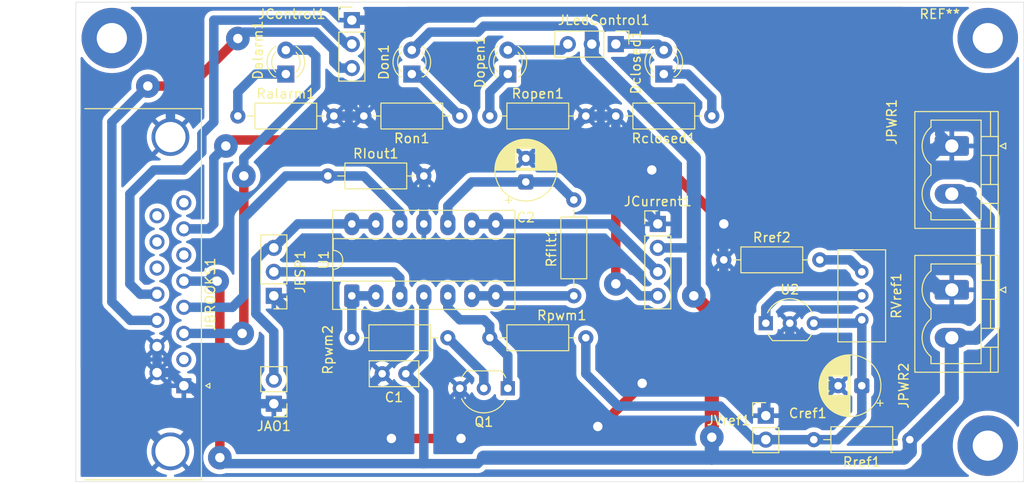
<source format=kicad_pcb>
(kicad_pcb (version 20241229) (generator "pcbnew") (generator_version "9.0")
  (layers (0 "F.Cu" signal) (2 "B.Cu" signal) (13 "F.Paste" user) (15 "B.Paste" user) (5 "F.SilkS" user "F.Silkscreen") (7 "B.SilkS" user "B.Silkscreen") (1 "F.Mask" user) (3 "B.Mask" user) (25 "Edge.Cuts" user))
  (net 0 "")
  (net 1 "GND")
  (net 2 "+24V")
  (net 3 "/Alarm")
  (net 4 "Net-(Dalarm1-K)")
  (net 5 "/LEDCLOSED")
  (net 6 "Net-(Dclosed1-K)")
  (net 7 "Net-(Don1-K)")
  (net 8 "Net-(Dopen1-K)")
  (net 9 "/LEDOPEN")
  (net 10 "/Vout")
  (net 11 "/Vcontrol")
  (net 12 "/AO")
  (net 13 "+5V")
  (net 14 "/Iinput")
  (net 15 "/PWM")
  (net 16 "Net-(Q1-B)")
  (net 17 "Net-(Q1-C)")
  (net 18 "Net-(U1B--)")
  (net 19 "Net-(U1A--)")
  (net 20 "/Vref")
  (net 21 "/Vinput")
  (net 22 "Net-(RVref1-Pad3)")
  (net 23 "Net-(U2-REF)")
  (net 30 "Net-(U1C-+)")
  (footprint "Resistor_THT:R_Axial_DIN0207_L6.3mm_D2.5mm_P10.16mm_Horizontal" (layer "F.Cu") (at 140.335 117.475 90)
    (property "Reference" "Rfilt1" (at 5.08 -2.37 90) (layer "F.SilkS"))
    (property "Value" "15k")
    (pad "1" thru_hole circle (at 0 0 90) (size 1.6 1.6) (drill 0.8) (layers "*.Cu" "*.Mask") (net 18 "Net-(U1B--)"))
    (pad "2" thru_hole circle (at 10.16 0 90) (size 1.6 1.6) (drill 0.8) (layers "*.Cu" "*.Mask") (net 30 "Net-(U1C-+)"))
  )
  (footprint "Connector_Phoenix_MSTB:PhoenixContact_MSTBVA_2,5_2-G-5,08_1x02_P5.08mm_Vertical" (layer "F.Cu") (at 180.34 101.6 -90)
    (property "Reference" "JPWR1" (at -2.54 6.35 90) (layer "F.SilkS"))
    (property "Value" "Conn_01x02")
    (pad "1" thru_hole roundrect (at 0 0 270) (size 2.08 3.6) (drill 1.4) (layers "*.Cu" "*.Mask") (roundrect_rratio 0.120192) (net 1 "GND"))
    (pad "2" thru_hole oval (at 5.08 0 270) (size 2.08 3.6) (drill 1.4) (layers "*.Cu" "*.Mask") (net 2 "+24V"))
  )
  (footprint "Connector_PinHeader_2.54mm:PinHeader_1x04_P2.54mm_Vertical" (layer "F.Cu") (at 149.225 109.855)
    (property "Reference" "JCurrent1" (at 0 -2.38 0) (layer "F.SilkS"))
    (property "Value" "Conn_01x04")
    (pad "1" thru_hole rect (at 0 0) (size 1.7 1.7) (drill 1) (layers "*.Cu" "*.Mask") (net 1 "GND"))
    (pad "2" thru_hole circle (at 0 2.54) (size 1.7 1.7) (drill 1) (layers "*.Cu" "*.Mask") (net 2 "+24V"))
    (pad "3" thru_hole circle (at 0 5.08) (size 1.7 1.7) (drill 1) (layers "*.Cu" "*.Mask") (net 21 "/Vinput"))
    (pad "4" thru_hole circle (at 0 7.62) (size 1.7 1.7) (drill 1) (layers "*.Cu" "*.Mask") (net 14 "/Iinput"))
  )
  (footprint "LED_THT:LED_D3.0mm" (layer "F.Cu") (at 149.86 93.98 90)
    (property "Reference" "Dclosed1" (at 1.27 -2.96 90) (layer "F.SilkS"))
    (property "Value" "LED")
    (pad "1" thru_hole rect (at 0 0 90) (size 1.8 1.8) (drill 0.9) (layers "*.Cu" "*.Mask") (net 6 "Net-(Dclosed1-K)"))
    (pad "2" thru_hole circle (at 2.54 0 90) (size 1.8 1.8) (drill 0.9) (layers "*.Cu" "*.Mask") (net 5 "/LEDCLOSED"))
  )
  (footprint "LED_THT:LED_D3.0mm" (layer "F.Cu") (at 123.19 93.98 90)
    (property "Reference" "Don1" (at 1.27 -2.96 90) (layer "F.SilkS"))
    (property "Value" "LED")
    (pad "1" thru_hole rect (at 0 0 90) (size 1.8 1.8) (drill 0.9) (layers "*.Cu" "*.Mask") (net 7 "Net-(Don1-K)"))
    (pad "2" thru_hole circle (at 2.54 0 90) (size 1.8 1.8) (drill 0.9) (layers "*.Cu" "*.Mask") (net 2 "+24V"))
  )
  (footprint "Resistor_THT:R_Axial_DIN0207_L6.3mm_D2.5mm_P10.16mm_Horizontal" (layer "F.Cu") (at 131.445 121.92)
    (property "Reference" "Rpwm1" (at 7.62 -2.37 0) (layer "F.SilkS"))
    (property "Value" "10k")
    (pad "1" thru_hole circle (at 0 0) (size 1.6 1.6) (drill 0.8) (layers "*.Cu" "*.Mask") (net 17 "Net-(Q1-C)"))
    (pad "2" thru_hole circle (at 10.16 0) (size 1.6 1.6) (drill 0.8) (layers "*.Cu" "*.Mask") (net 20 "/Vref"))
  )
  (footprint "Resistor_THT:R_Axial_DIN0207_L6.3mm_D2.5mm_P10.16mm_Horizontal" (layer "F.Cu") (at 114.3 104.775)
    (property "Reference" "RIout1" (at 5.08 -2.37 0) (layer "F.SilkS"))
    (property "Value" "250")
    (pad "1" thru_hole circle (at 0 0) (size 1.6 1.6) (drill 0.8) (layers "*.Cu" "*.Mask") (net 12 "/AO"))
    (pad "2" thru_hole circle (at 10.16 0) (size 1.6 1.6) (drill 0.8) (layers "*.Cu" "*.Mask") (net 1 "GND"))
  )
  (footprint "Connector_Dsub:DSUB-15_Socket_Horizontal_P2.77x2.84mm_EdgePinOffset7.70mm_Housed_MountingHolesOffset9.12mm" (layer "F.Cu") (at 99.06 127 -90)
    (property "Reference" "JBROOKS1" (at -9.695 -2.8 270) (layer "F.SilkS"))
    (property "Value" "DA15_Socket_MountingHoles")
    (pad "0" thru_hole circle (at -26.345 1.42 270) (size 4 4) (drill 3.2) (layers "*.Cu" "*.Mask") (net 1 "GND"))
    (pad "0" thru_hole circle (at 6.955 1.42 270) (size 4 4) (drill 3.2) (layers "*.Cu" "*.Mask") (net 1 "GND"))
    (pad "1" thru_hole rect (at 0 0 270) (size 1.6 1.6) (drill 1) (layers "*.Cu" "*.Mask") (net 1 "GND"))
    (pad "2" thru_hole circle (at -2.77 0 270) (size 1.6 1.6) (drill 1) (layers "*.Cu" "*.Mask"))
    (pad "3" thru_hole circle (at -5.54 0 270) (size 1.6 1.6) (drill 1) (layers "*.Cu" "*.Mask") (net 3 "/Alarm"))
    (pad "4" thru_hole circle (at -8.31 0 270) (size 1.6 1.6) (drill 1) (layers "*.Cu" "*.Mask") (net 12 "/AO"))
    (pad "5" thru_hole circle (at -11.08 0 270) (size 1.6 1.6) (drill 1) (layers "*.Cu" "*.Mask") (net 2 "+24V"))
    (pad "6" thru_hole circle (at -13.85 0 270) (size 1.6 1.6) (drill 1) (layers "*.Cu" "*.Mask"))
    (pad "7" thru_hole circle (at -16.62 0 270) (size 1.6 1.6) (drill 1) (layers "*.Cu" "*.Mask") (net 14 "/Iinput"))
    (pad "8" thru_hole circle (at -19.39 0 270) (size 1.6 1.6) (drill 1) (layers "*.Cu" "*.Mask"))
    (pad "9" thru_hole circle (at -1.385 2.84 270) (size 1.6 1.6) (drill 1) (layers "*.Cu" "*.Mask") (net 1 "GND"))
    (pad "10" thru_hole circle (at -4.155 2.84 270) (size 1.6 1.6) (drill 1) (layers "*.Cu" "*.Mask") (net 1 "GND"))
    (pad "11" thru_hole circle (at -6.925 2.84 270) (size 1.6 1.6) (drill 1) (layers "*.Cu" "*.Mask") (net 13 "+5V"))
    (pad "12" thru_hole circle (at -9.695 2.84 270) (size 1.6 1.6) (drill 1) (layers "*.Cu" "*.Mask") (net 11 "/Vcontrol"))
    (pad "13" thru_hole circle (at -12.465 2.84 270) (size 1.6 1.6) (drill 1) (layers "*.Cu" "*.Mask"))
    (pad "14" thru_hole circle (at -15.235 2.84 270) (size 1.6 1.6) (drill 1) (layers "*.Cu" "*.Mask"))
    (pad "15" thru_hole circle (at -18.005 2.84 270) (size 1.6 1.6) (drill 1) (layers "*.Cu" "*.Mask"))
  )
  (footprint "" (layer "F.Cu") (at 184.15 133.35)
    (property "Reference" "" (at 0 0 0) (layer "F.SilkS") (effects (font (size 1.27 1.27))))
    (property "Value" "")
    (pad "1" thru_hole circle (at 0 0) (size 6.4 6.4) (drill 3.2) (layers "*.Cu" "*.Mask"))
  )
  (footprint "Resistor_THT:R_Axial_DIN0207_L6.3mm_D2.5mm_P10.16mm_Horizontal" (layer "F.Cu") (at 128.27 98.425 180)
    (property "Reference" "Ron1" (at 5.08 -2.37 0) (layer "F.SilkS"))
    (property "Value" "R")
    (pad "1" thru_hole circle (at 0 0 180) (size 1.6 1.6) (drill 0.8) (layers "*.Cu" "*.Mask") (net 7 "Net-(Don1-K)"))
    (pad "2" thru_hole circle (at 10.16 0 180) (size 1.6 1.6) (drill 0.8) (layers "*.Cu" "*.Mask") (net 1 "GND"))
  )
  (footprint "Connector_PinHeader_2.54mm:PinHeader_1x02_P2.54mm_Vertical" (layer "F.Cu") (at 160.655 130.175)
    (property "Reference" "JVref1" (at -3.937 0.508 0) (layer "F.SilkS"))
    (property "Value" "Conn_01x02")
    (pad "1" thru_hole rect (at 0 0) (size 1.7 1.7) (drill 1) (layers "*.Cu" "*.Mask") (net 1 "GND"))
    (pad "2" thru_hole circle (at 0 2.54) (size 1.7 1.7) (drill 1) (layers "*.Cu" "*.Mask") (net 20 "/Vref"))
  )
  (footprint "Package_TO_SOT_THT:TO-92_Inline_Wide" (layer "F.Cu") (at 160.655 120.375)
    (property "Reference" "U2" (at 2.54 -3.56 0) (layer "F.SilkS"))
    (property "Value" "TL431LP")
    (pad "1" thru_hole rect (at 0 0) (size 1.5 1.5) (drill 0.8) (layers "*.Cu" "*.Mask") (net 23 "Net-(U2-REF)"))
    (pad "2" thru_hole circle (at 2.54 0) (size 1.5 1.5) (drill 0.8) (layers "*.Cu" "*.Mask") (net 1 "GND"))
    (pad "3" thru_hole circle (at 5.08 0) (size 1.5 1.5) (drill 0.8) (layers "*.Cu" "*.Mask") (net 20 "/Vref"))
  )
  (footprint "Resistor_THT:R_Axial_DIN0207_L6.3mm_D2.5mm_P10.16mm_Horizontal" (layer "F.Cu") (at 104.775 98.425)
    (property "Reference" "Ralarm1" (at 5.08 -2.37 0) (layer "F.SilkS"))
    (property "Value" "R")
    (pad "1" thru_hole circle (at 0 0) (size 1.6 1.6) (drill 0.8) (layers "*.Cu" "*.Mask") (net 4 "Net-(Dalarm1-K)"))
    (pad "2" thru_hole circle (at 10.16 0) (size 1.6 1.6) (drill 0.8) (layers "*.Cu" "*.Mask") (net 1 "GND"))
  )
  (footprint "Resistor_THT:R_Axial_DIN0207_L6.3mm_D2.5mm_P10.16mm_Horizontal" (layer "F.Cu") (at 156.21 113.665)
    (property "Reference" "Rref2" (at 5.08 -2.37 0) (layer "F.SilkS"))
    (property "Value" "1k")
    (pad "1" thru_hole circle (at 0 0) (size 1.6 1.6) (drill 0.8) (layers "*.Cu" "*.Mask") (net 1 "GND"))
    (pad "2" thru_hole circle (at 10.16 0) (size 1.6 1.6) (drill 0.8) (layers "*.Cu" "*.Mask") (net 22 "Net-(RVref1-Pad3)"))
  )
  (footprint "Capacitor_THT:C_Disc_D5.0mm_W2.5mm_P2.50mm" (layer "F.Cu") (at 122.555 125.73 180)
    (property "Reference" "C1" (at 1.25 -2.5 0) (layer "F.SilkS"))
    (property "Value" "C")
    (pad "1" thru_hole circle (at 0 0 180) (size 1.6 1.6) (drill 0.8) (layers "*.Cu" "*.Mask") (net 2 "+24V"))
    (pad "2" thru_hole circle (at 2.5 0 180) (size 1.6 1.6) (drill 0.8) (layers "*.Cu" "*.Mask") (net 1 "GND"))
  )
  (footprint "Capacitor_THT:CP_Radial_D6.3mm_P2.50mm" (layer "F.Cu") (at 170.815 127 180)
    (property "Reference" "Cref1" (at 5.715 -2.921 0) (layer "F.SilkS"))
    (property "Value" "10u")
    (pad "1" thru_hole roundrect (at 0 0 180) (size 1.6 1.6) (drill 0.8) (layers "*.Cu" "*.Mask") (roundrect_rratio 0.15625) (net 20 "/Vref"))
    (pad "2" thru_hole circle (at 2.5 0 180) (size 1.6 1.6) (drill 0.8) (layers "*.Cu" "*.Mask") (net 1 "GND"))
  )
  (footprint "MountingHole:MountingHole_3.2mm_M3_Pad" (layer "F.Cu") (at 184.15 90.17)
    (property "Reference" "REF**" (at -5.08 -2.54 0) (layer "F.SilkS"))
    (property "Value" "Hole")
    (pad "1" thru_hole circle (at 0 0) (size 6.4 6.4) (drill 3.2) (layers "*.Cu" "*.Mask"))
  )
  (footprint "Resistor_THT:R_Axial_DIN0207_L6.3mm_D2.5mm_P10.16mm_Horizontal" (layer "F.Cu") (at 116.84 121.92)
    (property "Reference" "Rpwm2" (at -2.54 1.27 90) (layer "F.SilkS"))
    (property "Value" "10k")
    (pad "1" thru_hole circle (at 0 0) (size 1.6 1.6) (drill 0.8) (layers "*.Cu" "*.Mask") (net 19 "Net-(U1A--)"))
    (pad "2" thru_hole circle (at 10.16 0) (size 1.6 1.6) (drill 0.8) (layers "*.Cu" "*.Mask") (net 16 "Net-(Q1-B)"))
  )
  (footprint "Potentiometer_THT:Potentiometer_Bourns_3296W_Vertical" (layer "F.Cu") (at 170.815 120.015 -90)
    (property "Reference" "RVref1" (at -2.54 -3.66 90) (layer "F.SilkS"))
    (property "Value" "10k")
    (pad "1" thru_hole circle (at 0 0 270) (size 1.44 1.44) (drill 0.8) (layers "*.Cu" "*.Mask") (net 20 "/Vref"))
    (pad "2" thru_hole circle (at -2.54 0 270) (size 1.44 1.44) (drill 0.8) (layers "*.Cu" "*.Mask") (net 23 "Net-(U2-REF)"))
    (pad "3" thru_hole circle (at -5.08 0 270) (size 1.44 1.44) (drill 0.8) (layers "*.Cu" "*.Mask") (net 22 "Net-(RVref1-Pad3)"))
  )
  (footprint "Resistor_THT:R_Axial_DIN0207_L6.3mm_D2.5mm_P10.16mm_Horizontal" (layer "F.Cu") (at 154.94 98.425 180)
    (property "Reference" "Rclosed1" (at 5.08 -2.37 0) (layer "F.SilkS"))
    (property "Value" "R")
    (pad "1" thru_hole circle (at 0 0 180) (size 1.6 1.6) (drill 0.8) (layers "*.Cu" "*.Mask") (net 6 "Net-(Dclosed1-K)"))
    (pad "2" thru_hole circle (at 10.16 0 180) (size 1.6 1.6) (drill 0.8) (layers "*.Cu" "*.Mask") (net 1 "GND"))
  )
  (footprint "Connector_PinHeader_2.54mm:PinHeader_1x03_P2.54mm_Vertical" (layer "F.Cu") (at 108.585 117.475 180)
    (property "Reference" "JESP1" (at -2.794 2.54 90) (layer "F.SilkS"))
    (property "Value" "Conn_01x03")
    (pad "1" thru_hole rect (at 0 0 180) (size 1.7 1.7) (drill 1) (layers "*.Cu" "*.Mask") (net 1 "GND"))
    (pad "2" thru_hole circle (at 0 2.54 180) (size 1.7 1.7) (drill 1) (layers "*.Cu" "*.Mask") (net 15 "/PWM"))
    (pad "3" thru_hole circle (at 0 5.08 180) (size 1.7 1.7) (drill 1) (layers "*.Cu" "*.Mask") (net 10 "/Vout"))
  )
  (footprint "LED_THT:LED_D3.0mm" (layer "F.Cu") (at 109.855 93.98 90)
    (property "Reference" "Dalarm1" (at 2.54 -2.96 90) (layer "F.SilkS"))
    (property "Value" "LED")
    (pad "1" thru_hole rect (at 0 0 90) (size 1.8 1.8) (drill 0.9) (layers "*.Cu" "*.Mask") (net 4 "Net-(Dalarm1-K)"))
    (pad "2" thru_hole circle (at 2.54 0 90) (size 1.8 1.8) (drill 0.9) (layers "*.Cu" "*.Mask") (net 3 "/Alarm"))
  )
  (footprint "Connector_Phoenix_MSTB:PhoenixContact_MSTBVA_2,5_2-G-5,08_1x02_P5.08mm_Vertical" (layer "F.Cu") (at 180.34 116.84 -90)
    (property "Reference" "JPWR2" (at 10.16 5.08 90) (layer "F.SilkS"))
    (property "Value" "Conn_01x02")
    (pad "1" thru_hole roundrect (at 0 0 270) (size 2.08 3.6) (drill 1.4) (layers "*.Cu" "*.Mask") (roundrect_rratio 0.120192) (net 1 "GND"))
    (pad "2" thru_hole oval (at 5.08 0 270) (size 2.08 3.6) (drill 1.4) (layers "*.Cu" "*.Mask") (net 2 "+24V"))
  )
  (footprint "Connector_PinHeader_2.54mm:PinHeader_1x02_P2.54mm_Vertical" (layer "F.Cu") (at 108.585 128.905 180)
    (property "Reference" "JAO1" (at 0 -2.38 0) (layer "F.SilkS"))
    (property "Value" "Conn_01x02")
    (pad "1" thru_hole rect (at 0 0 180) (size 1.7 1.7) (drill 1) (layers "*.Cu" "*.Mask") (net 1 "GND"))
    (pad "2" thru_hole circle (at 0 2.54 180) (size 1.7 1.7) (drill 1) (layers "*.Cu" "*.Mask") (net 10 "/Vout"))
  )
  (footprint "Package_TO_SOT_THT:TO-92_Inline_Wide" (layer "F.Cu") (at 133.35 127.275 180)
    (property "Reference" "Q1" (at 2.54 -3.56 0) (layer "F.SilkS"))
    (property "Value" "BC547")
    (pad "1" thru_hole rect (at 0 0 180) (size 1.5 1.5) (drill 0.8) (layers "*.Cu" "*.Mask") (net 17 "Net-(Q1-C)"))
    (pad "2" thru_hole circle (at 2.54 0 180) (size 1.5 1.5) (drill 0.8) (layers "*.Cu" "*.Mask") (net 16 "Net-(Q1-B)"))
    (pad "3" thru_hole circle (at 5.08 0 180) (size 1.5 1.5) (drill 0.8) (layers "*.Cu" "*.Mask") (net 1 "GND"))
  )
  (footprint "Resistor_THT:R_Axial_DIN0207_L6.3mm_D2.5mm_P10.16mm_Horizontal" (layer "F.Cu") (at 175.895 132.715 180)
    (property "Reference" "Rref1" (at 5.08 -2.37 0) (layer "F.SilkS"))
    (property "Value" "2k")
    (pad "1" thru_hole circle (at 0 0 180) (size 1.6 1.6) (drill 0.8) (layers "*.Cu" "*.Mask") (net 2 "+24V"))
    (pad "2" thru_hole circle (at 10.16 0 180) (size 1.6 1.6) (drill 0.8) (layers "*.Cu" "*.Mask") (net 20 "/Vref"))
  )
  (footprint "Resistor_THT:R_Axial_DIN0207_L6.3mm_D2.5mm_P10.16mm_Horizontal" (layer "F.Cu") (at 131.445 98.425)
    (property "Reference" "Ropen1" (at 5.08 -2.37 0) (layer "F.SilkS"))
    (property "Value" "R")
    (pad "1" thru_hole circle (at 0 0) (size 1.6 1.6) (drill 0.8) (layers "*.Cu" "*.Mask") (net 8 "Net-(Dopen1-K)"))
    (pad "2" thru_hole circle (at 10.16 0) (size 1.6 1.6) (drill 0.8) (layers "*.Cu" "*.Mask") (net 1 "GND"))
  )
  (footprint "Connector_PinHeader_2.54mm:PinHeader_1x03_P2.54mm_Vertical" (layer "F.Cu") (at 116.84 88.265)
    (property "Reference" "JControl1" (at -6.35 -0.635 0) (layer "F.SilkS"))
    (property "Value" "Conn_01x03")
    (pad "1" thru_hole rect (at 0 0) (size 1.7 1.7) (drill 1) (layers "*.Cu" "*.Mask") (net 1 "GND"))
    (pad "2" thru_hole circle (at 0 2.54) (size 1.7 1.7) (drill 1) (layers "*.Cu" "*.Mask") (net 11 "/Vcontrol"))
    (pad "3" thru_hole circle (at 0 5.08) (size 1.7 1.7) (drill 1) (layers "*.Cu" "*.Mask") (net 13 "+5V"))
  )
  (footprint "" (layer "F.Cu") (at 91.44 90.17)
    (property "Reference" "" (at 0 0 0) (layer "F.SilkS") (effects (font (size 1.27 1.27))))
    (property "Value" "")
    (pad "1" thru_hole circle (at 0 0) (size 6.4 6.4) (drill 3.2) (layers "*.Cu" "*.Mask"))
  )
  (footprint "Package_DIP:CERDIP-14_W7.62mm_SideBrazed_LongPads_Socket" (layer "F.Cu") (at 116.84 117.475 90)
    (property "Reference" "U1" (at 3.81 -2.965 90) (layer "F.SilkS"))
    (property "Value" "LM324")
    (pad "1" thru_hole roundrect (at 0 0 90) (size 2.4 1.6) (drill 0.8) (layers "*.Cu" "*.Mask") (roundrect_rratio 0.15625) (net 19 "Net-(U1A--)"))
    (pad "2" thru_hole oval (at 0 2.54 90) (size 2.4 1.6) (drill 0.8) (layers "*.Cu" "*.Mask") (net 19 "Net-(U1A--)"))
    (pad "3" thru_hole oval (at 0 5.08 90) (size 2.4 1.6) (drill 0.8) (layers "*.Cu" "*.Mask") (net 15 "/PWM"))
    (pad "4" thru_hole oval (at 0 7.62 90) (size 2.4 1.6) (drill 0.8) (layers "*.Cu" "*.Mask") (net 2 "+24V"))
    (pad "5" thru_hole oval (at 0 10.16 90) (size 2.4 1.6) (drill 0.8) (layers "*.Cu" "*.Mask") (net 17 "Net-(Q1-C)"))
    (pad "6" thru_hole oval (at 0 12.7 90) (size 2.4 1.6) (drill 0.8) (layers "*.Cu" "*.Mask") (net 18 "Net-(U1B--)"))
    (pad "7" thru_hole oval (at 0 15.24 90) (size 2.4 1.6) (drill 0.8) (layers "*.Cu" "*.Mask") (net 18 "Net-(U1B--)"))
    (pad "8" thru_hole oval (at 7.62 15.24 90) (size 2.4 1.6) (drill 0.8) (layers "*.Cu" "*.Mask") (net 21 "/Vinput"))
    (pad "9" thru_hole oval (at 7.62 12.7 90) (size 2.4 1.6) (drill 0.8) (layers "*.Cu" "*.Mask") (net 21 "/Vinput"))
    (pad "10" thru_hole oval (at 7.62 10.16 90) (size 2.4 1.6) (drill 0.8) (layers "*.Cu" "*.Mask") (net 30 "Net-(U1C-+)"))
    (pad "11" thru_hole oval (at 7.62 7.62 90) (size 2.4 1.6) (drill 0.8) (layers "*.Cu" "*.Mask") (net 1 "GND"))
    (pad "12" thru_hole oval (at 7.62 5.08 90) (size 2.4 1.6) (drill 0.8) (layers "*.Cu" "*.Mask") (net 12 "/AO"))
    (pad "13" thru_hole oval (at 7.62 2.54 90) (size 2.4 1.6) (drill 0.8) (layers "*.Cu" "*.Mask") (net 10 "/Vout"))
    (pad "14" thru_hole oval (at 7.62 0 90) (size 2.4 1.6) (drill 0.8) (layers "*.Cu" "*.Mask") (net 10 "/Vout"))
  )
  (footprint "LED_THT:LED_D3.0mm" (layer "F.Cu") (at 133.35 93.98 90)
    (property "Reference" "Dopen1" (at 1.27 -2.96 90) (layer "F.SilkS"))
    (property "Value" "LED")
    (pad "1" thru_hole rect (at 0 0 90) (size 1.8 1.8) (drill 0.9) (layers "*.Cu" "*.Mask") (net 8 "Net-(Dopen1-K)"))
    (pad "2" thru_hole circle (at 2.54 0 90) (size 1.8 1.8) (drill 0.9) (layers "*.Cu" "*.Mask") (net 9 "/LEDOPEN"))
  )
  (footprint "Capacitor_THT:CP_Radial_D6.3mm_P2.50mm" (layer "F.Cu") (at 135.255 105.41 90)
    (property "Reference" "C2" (at -3.77 0 0) (layer "F.SilkS"))
    (property "Value" "10u")
    (pad "1" thru_hole roundrect (at 0 0 90) (size 1.6 1.6) (drill 0.8) (layers "*.Cu" "*.Mask") (roundrect_rratio 0.15625) (net 30 "Net-(U1C-+)"))
    (pad "2" thru_hole circle (at 2.5 0 90) (size 1.6 1.6) (drill 0.8) (layers "*.Cu" "*.Mask") (net 1 "GND"))
  )
  (footprint "Connector_PinHeader_2.54mm:PinHeader_1x03_P2.54mm_Vertical" (layer "F.Cu") (at 144.78 90.805 -90)
    (property "Reference" "JLedControl1" (at -2.54 1.27 0) (layer "F.SilkS"))
    (property "Value" "Conn_01x03")
    (pad "1" thru_hole rect (at 0 0 270) (size 1.7 1.7) (drill 1) (layers "*.Cu" "*.Mask") (net 5 "/LEDCLOSED"))
    (pad "2" thru_hole circle (at 0 2.54 270) (size 1.7 1.7) (drill 1) (layers "*.Cu" "*.Mask") (net 2 "+24V"))
    (pad "3" thru_hole circle (at 0 5.08 270) (size 1.7 1.7) (drill 1) (layers "*.Cu" "*.Mask") (net 9 "/LEDOPEN"))
  )
  (gr_rect (start 87.63 86.36) (end 187.96 137.16) (stroke (width 0.05)) (fill no) (layer "Edge.Cuts"))
  (segment (start 143.002 131.191) (end 142.875 131.318) (width 1) (layer "F.Cu") (net 1))
  (segment (start 147.574 126.746) (end 147.574 126.873) (width 1) (layer "F.Cu") (net 1))
  (segment (start 128.397 132.588) (end 121.031 132.588) (width 1) (layer "F.Cu") (net 1))
  (segment (start 150.495 104.14) (end 156.21 109.855) (width 1) (layer "F.Cu") (net 1))
  (segment (start 147.574 126.873) (end 143.256 131.191) (width 1) (layer "F.Cu") (net 1))
  (segment (start 148.59 104.14) (end 150.495 104.14) (width 1) (layer "F.Cu") (net 1))
  (segment (start 143.256 131.191) (end 143.002 131.191) (width 1) (layer "F.Cu") (net 1))
  (via (at 142.875 131.318) (size 2.5) (drill 1) (layers "F.Cu" "B.Cu") (net 1))
  (via (at 128.397 132.588) (size 2.5) (drill 1) (layers "F.Cu" "B.Cu") (net 1))
  (via (at 147.574 126.746) (size 2.5) (drill 1) (layers "F.Cu" "B.Cu") (net 1))
  (via (at 148.59 104.14) (size 2.5) (drill 1) (layers "F.Cu" "B.Cu") (net 1))
  (via (at 156.21 109.855) (size 2.5) (drill 1) (layers "F.Cu" "B.Cu") (net 1))
  (via (at 121.031 132.588) (size 2.5) (drill 1) (layers "F.Cu" "B.Cu") (net 1))
  (segment (start 108.585 128.905) (end 113.792 128.905) (width 1) (layer "B.Cu") (net 1))
  (segment (start 160.655 130.175) (end 160.655 127.635) (width 1) (layer "B.Cu") (net 1))
  (segment (start 97.64 100.655) (end 97.64 92.225) (width 1) (layer "B.Cu") (net 1))
  (segment (start 95.25 92.075) (end 88.631 98.694) (width 1) (layer "B.Cu") (net 1))
  (segment (start 97.64 133.955) (end 101.6 129.995) (width 1) (layer "B.Cu") (net 1))
  (segment (start 129.667 131.318) (end 128.27 129.921) (width 1) (layer "B.Cu") (net 1))
  (segment (start 179.07 116.84) (end 176.53 114.3) (width 1.5) (layer "B.Cu") (net 1))
  (segment (start 128.27 129.921) (end 128.27 127.275) (width 1) (layer "B.Cu") (net 1))
  (segment (start 148.59 104.14) (end 147.32 104.14) (width 1) (layer "B.Cu") (net 1))
  (segment (start 175.895 109.855) (end 176.53 109.22) (width 1) (layer "B.Cu") (net 1))
  (segment (start 121.031 132.588) (end 117.4315 128.9885) (width 1) (layer "B.Cu") (net 1))
  (segment (start 113.792 122.682) (end 113.792 128.905) (width 1) (layer "B.Cu") (net 1))
  (segment (start 114.935 98.425) (end 118.11 98.425) (width 1) (layer "B.Cu") (net 1))
  (segment (start 144.78 98.425) (end 144.78 101.6) (width 1) (layer "B.Cu") (net 1))
  (segment (start 156.21 113.665) (end 156.21 123.19) (width 1) (layer "B.Cu") (net 1))
  (segment (start 119.38 95.885) (end 119.38 88.265) (width 1) (layer "B.Cu") (net 1))
  (segment (start 117.4315 128.3535) (end 120.055 125.73) (width 1) (layer "B.Cu") (net 1))
  (segment (start 118.11 98.425) (end 118.11 97.155) (width 1) (layer "B.Cu") (net 1))
  (segment (start 101.6 129.995) (end 101.6 128.905) (width 1) (layer "B.Cu") (net 1))
  (segment (start 131.699 131.318) (end 129.667 131.318) (width 1) (layer "B.Cu") (net 1))
  (segment (start 156.21 109.855) (end 175.895 109.855) (width 1) (layer "B.Cu") (net 1))
  (segment (start 135.255 102.91) (end 137.12 102.91) (width 1) (layer "B.Cu") (net 1))
  (segment (start 156.21 123.19) (end 160.655 127.635) (width 1) (layer "B.Cu") (net 1))
  (segment (start 117.4315 128.9885) (end 117.4315 128.3535) (width 1) (layer "B.Cu") (net 1))
  (segment (start 179.07 100.33) (end 180.34 101.6) (width 1) (layer "B.Cu") (net 1))
  (segment (start 116.84 88.265) (end 119.38 88.265) (width 1) (layer "B.Cu") (net 1))
  (segment (start 141.605 98.425) (end 144.78 98.425) (width 1) (layer "B.Cu") (net 1))
  (segment (start 88.631 98.694) (end 88.631 124.946) (width 1) (layer "B.Cu") (net 1))
  (segment (start 99.06 127) (end 99.695 127) (width 1) (layer "B.Cu") (net 1))
  (segment (start 156.21 113.665) (end 156.21 109.855) (width 1) (layer "B.Cu") (net 1))
  (segment (start 179.07 101.6) (end 180.34 101.6) (width 1.5) (layer "B.Cu") (net 1))
  (segment (start 121.92 88.265) (end 122.824 87.361) (width 1) (layer "B.Cu") (net 1))
  (segment (start 129.667 131.318) (end 128.397 132.588) (width 1) (layer "B.Cu") (net 1))
  (segment (start 88.631 124.946) (end 97.64 133.955) (width 1) (layer "B.Cu") (net 1))
  (segment (start 176.53 109.22) (end 176.53 104.14) (width 1.5) (layer "B.Cu") (net 1))
  (segment (start 174.991 87.361) (end 179.07 91.44) (width 1) (layer "B.Cu") (net 1))
  (segment (start 160.655 127.635) (end 161.29 127) (width 1) (layer "B.Cu") (net 1))
  (segment (start 144.78 105.41) (end 149.225 109.855) (width 1) (layer "B.Cu") (net 1))
  (segment (start 116.88 128.905) (end 117.4315 128.3535) (width 1) (layer "B.Cu") (net 1))
  (segment (start 180.34 116.84) (end 179.07 116.84) (width 1.5) (layer "B.Cu") (net 1))
  (segment (start 137.12 102.91) (end 141.605 98.425) (width 1) (layer "B.Cu") (net 1))
  (segment (start 163.195 127) (end 168.315 127) (width 1) (layer "B.Cu") (net 1))
  (segment (start 124.46 109.855) (end 124.46 104.775) (width 1) (layer "B.Cu") (net 1))
  (segment (start 101.6 128.905) (end 108.585 128.905) (width 1) (layer "B.Cu") (net 1))
  (segment (start 97.79 92.075) (end 95.25 92.075) (width 1) (layer "B.Cu") (net 1))
  (segment (start 163.195 120.375) (end 163.195 127) (width 1) (layer "B.Cu") (net 1))
  (segment (start 96.22 125.615) (end 96.22 122.845) (width 1) (layer "B.Cu") (net 1))
  (segment (start 144.78 101.6) (end 144.78 105.41) (width 1) (layer "B.Cu") (net 1))
  (segment (start 108.585 117.475) (end 113.792 122.682) (width 1) (layer "B.Cu") (net 1))
  (segment (start 118.11 97.155) (end 119.38 95.885) (width 1) (layer "B.Cu") (net 1))
  (segment (start 161.29 127) (end 163.195 127) (width 1) (layer "B.Cu") (net 1))
  (segment (start 96.22 125.615) (end 97.675 125.615) (width 1) (layer "B.Cu") (net 1))
  (segment (start 179.07 91.44) (end 179.07 100.33) (width 1) (layer "B.Cu") (net 1))
  (segment (start 142.875 131.318) (end 131.699 131.318) (width 1) (layer "B.Cu") (net 1))
  (segment (start 99.695 127) (end 101.6 128.905) (width 1) (layer "B.Cu") (net 1))
  (segment (start 118.11 98.425) (end 124.46 104.775) (width 1) (layer "B.Cu") (net 1))
  (segment (start 147.32 104.14) (end 144.78 101.6) (width 1) (layer "B.Cu") (net 1))
  (segment (start 97.64 92.225) (end 97.79 92.075) (width 1) (layer "B.Cu") (net 1))
  (segment (start 97.675 125.615) (end 99.06 127) (width 1) (layer "B.Cu") (net 1))
  (segment (start 122.824 87.361) (end 174.991 87.361) (width 1) (layer "B.Cu") (net 1))
  (segment (start 151.13 123.19) (end 156.21 123.19) (width 1) (layer "B.Cu") (net 1))
  (segment (start 176.53 104.14) (end 179.07 101.6) (width 1.5) (layer "B.Cu") (net 1))
  (segment (start 113.792 128.905) (end 116.88 128.905) (width 1) (layer "B.Cu") (net 1))
  (segment (start 151.13 123.19) (end 147.574 126.746) (width 1) (layer "B.Cu") (net 1))
  (segment (start 176.53 114.3) (end 176.53 109.22) (width 1.5) (layer "B.Cu") (net 1))
  (segment (start 119.38 88.265) (end 121.92 88.265) (width 1) (layer "B.Cu") (net 1))
  (segment (start 154.94 119.38) (end 153.035 117.475) (width 1.5) (layer "F.Cu") (net 2))
  (segment (start 102.585 115.92) (end 102.87 116.205) (width 1) (layer "F.Cu") (net 2))
  (segment (start 102.87 116.205) (end 102.87 134.62) (width 1) (layer "F.Cu") (net 2))
  (segment (start 154.94 132.461) (end 154.94 119.38) (width 1.5) (layer "F.Cu") (net 2))
  (via (at 153.035 117.475) (size 2.5) (drill 1) (layers "F.Cu" "B.Cu") (net 2))
  (via (at 102.585 115.92) (size 2.5) (drill 1) (layers "F.Cu" "B.Cu") (net 2))
  (via (at 102.87 134.62) (size 2.5) (drill 1) (layers "F.Cu" "B.Cu") (net 2))
  (via (at 154.94 132.461) (size 2.5) (drill 1) (layers "F.Cu" "B.Cu") (net 2))
  (segment (start 180.34 106.68) (end 182.245 106.68) (width 1.5) (layer "B.Cu") (net 2))
  (segment (start 102.87 116.205) (end 102.585 115.92) (width 1) (layer "B.Cu") (net 2))
  (segment (start 124.46 117.475) (end 124.46 123.825) (width 1) (layer "B.Cu") (net 2))
  (segment (start 175.895 133.985) (end 175.26 134.62) (width 1.5) (layer "B.Cu") (net 2))
  (segment (start 180.34 128.27) (end 175.895 132.715) (width 1.5) (layer "B.Cu") (net 2))
  (segment (start 182.245 107.315) (end 181.61 106.68) (width 1.5) (layer "B.Cu") (net 2))
  (segment (start 123.19 91.44) (end 125.095 89.535) (width 1) (layer "B.Cu") (net 2))
  (segment (start 125.095 89.535) (end 130.175 89.535) (width 1) (layer "B.Cu") (net 2))
  (segment (start 103.505 135.255) (end 124.46 135.255) (width 1) (layer "B.Cu") (net 2))
  (segment (start 154.94 132.461) (end 154.94 134.62) (width 1.5) (layer "B.Cu") (net 2))
  (segment (start 175.26 134.62) (end 154.94 134.62) (width 1.5) (layer "B.Cu") (net 2))
  (segment (start 99.06 115.92) (end 102.585 115.92) (width 1) (layer "B.Cu") (net 2))
  (segment (start 153.035 112.395) (end 153.035 102.87) (width 1.5) (layer "B.Cu") (net 2))
  (segment (start 124.46 135.255) (end 130.175 135.255) (width 1) (layer "B.Cu") (net 2))
  (segment (start 184.15 120.65) (end 184.15 109.22) (width 1.5) (layer "B.Cu") (net 2))
  (segment (start 142.24 92.075) (end 142.24 90.805) (width 1.5) (layer "B.Cu") (net 2))
  (segment (start 180.34 121.92) (end 180.34 128.27) (width 1.5) (layer "B.Cu") (net 2))
  (segment (start 141.605 88.9) (end 142.24 89.535) (width 1) (layer "B.Cu") (net 2))
  (segment (start 149.225 112.395) (end 153.035 112.395) (width 1) (layer "B.Cu") (net 2))
  (segment (start 122.555 125.73) (end 124.46 127.635) (width 1) (layer "B.Cu") (net 2))
  (segment (start 130.175 135.255) (end 130.81 134.62) (width 1) (layer "B.Cu") (net 2))
  (segment (start 130.81 88.9) (end 141.605 88.9) (width 1) (layer "B.Cu") (net 2))
  (segment (start 175.895 132.715) (end 175.895 133.985) (width 1.5) (layer "B.Cu") (net 2))
  (segment (start 181.61 106.68) (end 180.34 106.68) (width 1.5) (layer "B.Cu") (net 2))
  (segment (start 102.87 134.62) (end 103.505 135.255) (width 1) (layer "B.Cu") (net 2))
  (segment (start 142.24 90.805) (end 142.24 89.535) (width 1.5) (layer "B.Cu") (net 2))
  (segment (start 180.34 121.92) (end 182.88 121.92) (width 1.5) (layer "B.Cu") (net 2))
  (segment (start 153.035 102.87) (end 142.24 92.075) (width 1.5) (layer "B.Cu") (net 2))
  (segment (start 130.175 89.535) (end 130.81 88.9) (width 1) (layer "B.Cu") (net 2))
  (segment (start 124.46 127.635) (end 124.46 135.255) (width 1) (layer "B.Cu") (net 2))
  (segment (start 153.035 117.475) (end 153.035 112.395) (width 1.5) (layer "B.Cu") (net 2))
  (segment (start 182.88 121.92) (end 184.15 120.65) (width 1.5) (layer "B.Cu") (net 2))
  (segment (start 124.46 123.825) (end 122.555 125.73) (width 1) (layer "B.Cu") (net 2))
  (segment (start 184.15 109.22) (end 182.245 107.315) (width 1.5) (layer "B.Cu") (net 2))
  (segment (start 154.94 134.62) (end 130.81 134.62) (width 1.5) (layer "B.Cu") (net 2))
  (segment (start 105.41 121.285) (end 105.41 104.775) (width 1) (layer "F.Cu") (net 3))
  (segment (start 105.235 121.46) (end 105.41 121.285) (width 1) (layer "F.Cu") (net 3))
  (via (at 105.235 121.46) (size 2.5) (drill 1) (layers "F.Cu" "B.Cu") (net 3))
  (via (at 105.41 104.775) (size 2.5) (drill 1) (layers "F.Cu" "B.Cu") (net 3))
  (segment (start 99.06 121.46) (end 105.235 121.46) (width 1) (layer "B.Cu") (net 3))
  (segment (start 112.395 91.44) (end 109.855 91.44) (width 1) (layer "B.Cu") (net 3))
  (segment (start 113.03 92.075) (end 112.395 91.44) (width 1) (layer "B.Cu") (net 3))
  (segment (start 105.41 104.775) (end 105.41 102.87) (width 1) (layer "B.Cu") (net 3))
  (segment (start 105.41 121.285) (end 105.235 121.46) (width 1) (layer "B.Cu") (net 3))
  (segment (start 113.03 95.25) (end 113.03 92.075) (width 1) (layer "B.Cu") (net 3))
  (segment (start 105.41 102.87) (end 113.03 95.25) (width 1) (layer "B.Cu") (net 3))
  (segment (start 104.775 95.885) (end 106.68 93.98) (width 1) (layer "B.Cu") (net 4))
  (segment (start 104.775 98.425) (end 104.775 95.885) (width 1) (layer "B.Cu") (net 4))
  (segment (start 106.68 93.98) (end 109.855 93.98) (width 1) (layer "B.Cu") (net 4))
  (segment (start 149.86 91.44) (end 149.225 90.805) (width 1) (layer "B.Cu") (net 5))
  (segment (start 149.225 90.805) (end 144.78 90.805) (width 1) (layer "B.Cu") (net 5))
  (segment (start 152.4 93.98) (end 154.94 96.52) (width 1) (layer "B.Cu") (net 6))
  (segment (start 149.86 93.98) (end 152.4 93.98) (width 1) (layer "B.Cu") (net 6))
  (segment (start 154.94 96.52) (end 154.94 98.425) (width 1) (layer "B.Cu") (net 6))
  (segment (start 123.19 93.98) (end 123.825 93.98) (width 1) (layer "B.Cu") (net 7))
  (segment (start 123.825 93.98) (end 128.27 98.425) (width 1) (layer "B.Cu") (net 7))
  (segment (start 131.445 98.425) (end 131.445 95.885) (width 1) (layer "B.Cu") (net 8))
  (segment (start 131.445 95.885) (end 133.35 93.98) (width 1) (layer "B.Cu") (net 8))
  (segment (start 139.065 91.44) (end 139.7 90.805) (width 1) (layer "B.Cu") (net 9))
  (segment (start 133.35 91.44) (end 139.065 91.44) (width 1) (layer "B.Cu") (net 9))
  (segment (start 107.95 112.395) (end 106.68 113.665) (width 1) (layer "B.Cu") (net 10))
  (segment (start 116.84 109.855) (end 119.38 109.855) (width 1) (layer "B.Cu") (net 10))
  (segment (start 106.68 113.665) (end 106.68 119.38) (width 1) (layer "B.Cu") (net 10))
  (segment (start 111.125 109.855) (end 116.84 109.855) (width 1) (layer "B.Cu") (net 10))
  (segment (start 108.585 112.395) (end 111.125 109.855) (width 1) (layer "B.Cu") (net 10))
  (segment (start 108.585 112.395) (end 107.95 112.395) (width 1) (layer "B.Cu") (net 10))
  (segment (start 106.68 119.38) (end 108.585 121.285) (width 1) (layer "B.Cu") (net 10))
  (segment (start 108.585 121.285) (end 108.585 126.365) (width 1) (layer "B.Cu") (net 10))
  (segment (start 93.345 106.68) (end 95.885 104.14) (width 1) (layer "B.Cu") (net 11))
  (segment (start 96.22 117.305) (end 94.445 117.305) (width 1) (layer "B.Cu") (net 11))
  (segment (start 100.965 100.33) (end 102.235 99.06) (width 1) (layer "B.Cu") (net 11))
  (segment (start 102.235 88.265) (end 113.738 88.265) (width 1) (layer "B.Cu") (net 11))
  (segment (start 93.345 116.205) (end 93.345 106.68) (width 1) (layer "B.Cu") (net 11))
  (segment (start 116.278 90.805) (end 116.84 90.805) (width 1) (layer "B.Cu") (net 11))
  (segment (start 100.965 102.235) (end 100.965 100.33) (width 1) (layer "B.Cu") (net 11))
  (segment (start 113.738 88.265) (end 116.278 90.805) (width 1) (layer "B.Cu") (net 11))
  (segment (start 99.06 104.14) (end 100.965 102.235) (width 1) (layer "B.Cu") (net 11))
  (segment (start 94.445 117.305) (end 93.345 116.205) (width 1) (layer "B.Cu") (net 11))
  (segment (start 102.235 99.06) (end 102.235 88.265) (width 1) (layer "B.Cu") (net 11))
  (segment (start 95.885 104.14) (end 99.06 104.14) (width 1) (layer "B.Cu") (net 11))
  (segment (start 114.3 104.775) (end 118.11 104.775) (width 1) (layer "B.Cu") (net 12))
  (segment (start 109.855 104.775) (end 114.3 104.775) (width 1) (layer "B.Cu") (net 12))
  (segment (start 118.11 104.775) (end 121.92 108.585) (width 1) (layer "B.Cu") (net 12))
  (segment (start 121.92 108.585) (end 121.92 109.855) (width 1) (layer "B.Cu") (net 12))
  (segment (start 104.195 118.69) (end 105.41 117.475) (width 1) (layer "B.Cu") (net 12))
  (segment (start 105.41 109.22) (end 109.855 104.775) (width 1) (layer "B.Cu") (net 12))
  (segment (start 105.41 117.475) (end 105.41 109.22) (width 1) (layer "B.Cu") (net 12))
  (segment (start 99.06 118.69) (end 104.195 118.69) (width 1) (layer "B.Cu") (net 12))
  (segment (start 99.74 95.25) (end 104.775 90.215) (width 1) (layer "F.Cu") (net 13))
  (segment (start 104.73 90.17) (end 104.775 90.215) (width 1) (layer "F.Cu") (net 13))
  (segment (start 95.25 95.25) (end 99.74 95.25) (width 1) (layer "F.Cu") (net 13))
  (segment (start 104.775 90.17) (end 104.775 90.215) (width 1) (layer "F.Cu") (net 13))
  (via (at 95.25 95.25) (size 2.5) (drill 1) (layers "F.Cu" "B.Cu") (net 13))
  (via (at 104.775 90.215) (size 2.5) (drill 1) (layers "F.Cu" "B.Cu") (net 13))
  (segment (start 114.935 92.71) (end 115.57 93.345) (width 1) (layer "B.Cu") (net 13))
  (segment (start 115.57 93.345) (end 116.84 93.345) (width 1) (layer "B.Cu") (net 13))
  (segment (start 104.775 90.215) (end 105.455 89.535) (width 1) (layer "B.Cu") (net 13))
  (segment (start 114.935 91.44) (end 114.935 92.71) (width 1) (layer "B.Cu") (net 13))
  (segment (start 96.22 120.075) (end 93.405 120.075) (width 1) (layer "B.Cu") (net 13))
  (segment (start 105.455 89.535) (end 113.03 89.535) (width 1) (layer "B.Cu") (net 13))
  (segment (start 91.44 99.06) (end 95.25 95.25) (width 1) (layer "B.Cu") (net 13))
  (segment (start 113.03 89.535) (end 114.935 91.44) (width 1) (layer "B.Cu") (net 13))
  (segment (start 93.405 120.075) (end 91.44 118.11) (width 1) (layer "B.Cu") (net 13))
  (segment (start 91.44 118.11) (end 91.44 99.06) (width 1) (layer "B.Cu") (net 13))
  (segment (start 104.14 100.965) (end 140.335 100.965) (width 1) (layer "F.Cu") (net 14))
  (segment (start 103.505 101.6) (end 104.14 100.965) (width 1) (layer "F.Cu") (net 14))
  (segment (start 144.78 105.41) (end 144.78 116.205) (width 1) (layer "F.Cu") (net 14))
  (segment (start 140.335 100.965) (end 144.78 105.41) (width 1) (layer "F.Cu") (net 14))
  (via (at 103.505 101.6) (size 2.5) (drill 1) (layers "F.Cu" "B.Cu") (net 14))
  (via (at 144.78 116.205) (size 2.5) (drill 1) (layers "F.Cu" "B.Cu") (net 14))
  (segment (start 144.78 116.205) (end 146.05 116.205) (width 1) (layer "B.Cu") (net 14))
  (segment (start 101.71 110.38) (end 102.235 109.855) (width 1) (layer "B.Cu") (net 14))
  (segment (start 102.235 102.87) (end 103.505 101.6) (width 1) (layer "B.Cu") (net 14))
  (segment (start 147.32 117.475) (end 149.225 117.475) (width 1) (layer "B.Cu") (net 14))
  (segment (start 99.06 110.38) (end 101.71 110.38) (width 1) (layer "B.Cu") (net 14))
  (segment (start 146.05 116.205) (end 147.32 117.475) (width 1) (layer "B.Cu") (net 14))
  (segment (start 102.235 109.855) (end 102.235 102.87) (width 1) (layer "B.Cu") (net 14))
  (segment (start 121.92 117.475) (end 121.92 115.57) (width 1) (layer "B.Cu") (net 15))
  (segment (start 121.285 114.935) (end 108.585 114.935) (width 1) (layer "B.Cu") (net 15))
  (segment (start 121.92 115.57) (end 121.285 114.935) (width 1) (layer "B.Cu") (net 15))
  (segment (start 130.81 125.73) (end 127 121.92) (width 1) (layer "B.Cu") (net 16))
  (segment (start 130.81 127.275) (end 130.81 125.73) (width 1) (layer "B.Cu") (net 16))
  (segment (start 127 118.745) (end 128.27 120.015) (width 1) (layer "B.Cu") (net 17))
  (segment (start 131.445 120.65) (end 131.445 121.92) (width 1) (layer "B.Cu") (net 17))
  (segment (start 131.445 121.92) (end 133.35 123.825) (width 1) (layer "B.Cu") (net 17))
  (segment (start 130.81 120.015) (end 131.445 120.65) (width 1) (layer "B.Cu") (net 17))
  (segment (start 128.27 120.015) (end 130.81 120.015) (width 1) (layer "B.Cu") (net 17))
  (segment (start 127 117.475) (end 127 118.745) (width 1) (layer "B.Cu") (net 17))
  (segment (start 133.35 123.825) (end 133.35 127.275) (width 1) (layer "B.Cu") (net 17))
  (segment (start 129.54 117.475) (end 132.08 117.475) (width 1) (layer "B.Cu") (net 18))
  (segment (start 132.08 117.475) (end 140.335 117.475) (width 1) (layer "B.Cu") (net 18))
  (segment (start 119.38 117.475) (end 116.84 117.475) (width 1) (layer "B.Cu") (net 19))
  (segment (start 116.84 117.475) (end 116.84 121.92) (width 1) (layer "B.Cu") (net 19))
  (segment (start 170.815 130.175) (end 170.815 127) (width 1) (layer "B.Cu") (net 20))
  (segment (start 141.605 121.92) (end 141.605 125.73) (width 1) (layer "B.Cu") (net 20))
  (segment (start 145.034 129.159) (end 155.829 129.159) (width 1) (layer "B.Cu") (net 20))
  (segment (start 159.385 132.715) (end 160.655 132.715) (width 1) (layer "B.Cu") (net 20))
  (segment (start 155.829 129.159) (end 159.385 132.715) (width 1) (layer "B.Cu") (net 20))
  (segment (start 168.275 132.715) (end 170.815 130.175) (width 1) (layer "B.Cu") (net 20))
  (segment (start 165.735 132.715) (end 168.275 132.715) (width 1) (layer "B.Cu") (net 20))
  (segment (start 165.735 120.375) (end 170.455 120.375) (width 1) (layer "B.Cu") (net 20))
  (segment (start 160.655 132.715) (end 165.735 132.715) (width 1) (layer "B.Cu") (net 20))
  (segment (start 170.815 120.015) (end 170.815 127) (width 1) (layer "B.Cu") (net 20))
  (segment (start 141.605 125.73) (end 145.034 129.159) (width 1) (layer "B.Cu") (net 20))
  (segment (start 170.455 120.375) (end 170.815 120.015) (width 1) (layer "B.Cu") (net 20))
  (segment (start 144.145 109.855) (end 132.08 109.855) (width 1) (layer "B.Cu") (net 21))
  (segment (start 129.54 109.855) (end 132.08 109.855) (width 1) (layer "B.Cu") (net 21))
  (segment (start 149.225 114.935) (end 144.145 109.855) (width 1) (layer "B.Cu") (net 21))
  (segment (start 166.37 113.665) (end 169.545 113.665) (width 1) (layer "B.Cu") (net 22))
  (segment (start 169.545 113.665) (end 170.815 114.935) (width 1) (layer "B.Cu") (net 22))
  (segment (start 160.655 120.375) (end 160.655 118.745) (width 1) (layer "B.Cu") (net 23))
  (segment (start 161.925 117.475) (end 170.815 117.475) (width 1) (layer "B.Cu") (net 23))
  (segment (start 160.655 118.745) (end 161.925 117.475) (width 1) (layer "B.Cu") (net 23))
  (segment (start 127 107.95) (end 127 109.855) (width 1) (layer "B.Cu") (net 30))
  (segment (start 135.255 105.41) (end 138.43 105.41) (width 1) (layer "B.Cu") (net 30))
  (segment (start 135.255 105.41) (end 129.54 105.41) (width 1) (layer "B.Cu") (net 30))
  (segment (start 138.43 105.41) (end 140.335 107.315) (width 1) (layer "B.Cu") (net 30))
  (segment (start 129.54 105.41) (end 127 107.95) (width 1) (layer "B.Cu") (net 30))
  (zone (net 1) (net_name "GND") (layer "B.Cu") (connect_pads (clearance 0.5)) (min_thickness 0.25) (fill yes (thermal_gap 0.5) (thermal_bridge_width 0.5))
    (polygon (pts (xy 187.96 137.16) (xy 187.96 86.36) (xy 87.63 86.36) (xy 87.63 137.16)))
  )
)
</source>
